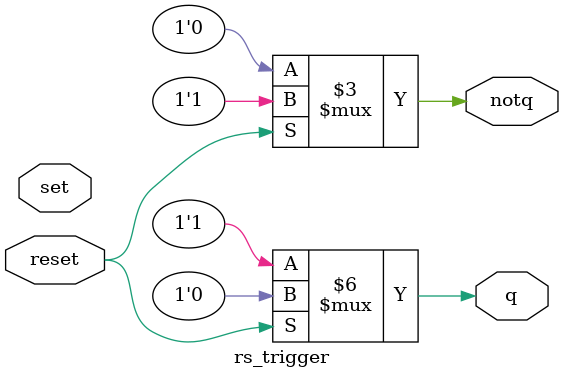
<source format=v>
`timescale 1ns / 1ps
module rs_trigger(
    input reset, set,
    output reg q, notq
    );
    
    always @(*)
        begin
            if (reset) begin
                q <= 0;
                notq <= 1;
            end
            else begin
                q <= 1;
                notq <= 0;
            end
        end
       
endmodule

</source>
